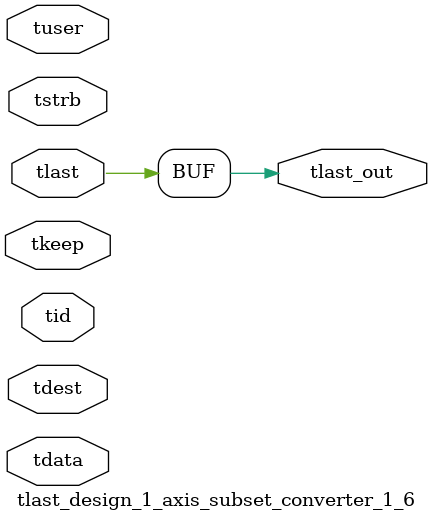
<source format=v>


`timescale 1ps/1ps

module tlast_design_1_axis_subset_converter_1_6 #
(
parameter C_S_AXIS_TID_WIDTH   = 1,
parameter C_S_AXIS_TUSER_WIDTH = 0,
parameter C_S_AXIS_TDATA_WIDTH = 0,
parameter C_S_AXIS_TDEST_WIDTH = 0
)
(
input  [(C_S_AXIS_TID_WIDTH   == 0 ? 1 : C_S_AXIS_TID_WIDTH)-1:0       ] tid,
input  [(C_S_AXIS_TDATA_WIDTH == 0 ? 1 : C_S_AXIS_TDATA_WIDTH)-1:0     ] tdata,
input  [(C_S_AXIS_TUSER_WIDTH == 0 ? 1 : C_S_AXIS_TUSER_WIDTH)-1:0     ] tuser,
input  [(C_S_AXIS_TDEST_WIDTH == 0 ? 1 : C_S_AXIS_TDEST_WIDTH)-1:0     ] tdest,
input  [(C_S_AXIS_TDATA_WIDTH/8)-1:0 ] tkeep,
input  [(C_S_AXIS_TDATA_WIDTH/8)-1:0 ] tstrb,
input  [0:0]                                                             tlast,
output                                                                   tlast_out
);

assign tlast_out = {tlast};

endmodule


</source>
